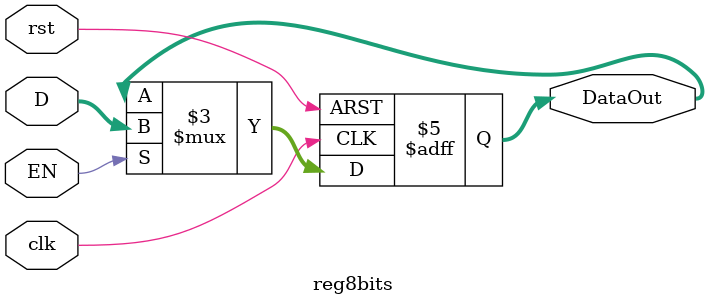
<source format=sv>
module reg8bits (
    input logic EN,           // Sinal de habilitação para escrever os dados
    input logic [7:0] D,      // Dados de entrada a serem escritos no registrador
    input logic rst, clk,    // Sinal de reset e sinal de clock
    output logic [7:0] DataOut  // Dados de saída
);

// array de registradores de 8 bits
logic [7:0] register [0:7];

always @(posedge clk or negedge rst) begin
	if (rst == 0) begin
		DataOut <= 0;
	end
	else if (EN) begin
		DataOut <= D;
	end
end

endmodule

</source>
